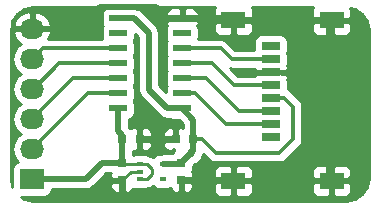
<source format=gtl>
%TF.GenerationSoftware,KiCad,Pcbnew,4.0.5-e0-6337~49~ubuntu16.04.1*%
%TF.CreationDate,2017-03-18T14:10:31-07:00*%
%TF.ProjectId,sd-micro-hinged-5009010801-breakout,73642D6D6963726F2D68696E6765642D,v1.0*%
%TF.FileFunction,Copper,L1,Top,Signal*%
%FSLAX46Y46*%
G04 Gerber Fmt 4.6, Leading zero omitted, Abs format (unit mm)*
G04 Created by KiCad (PCBNEW 4.0.5-e0-6337~49~ubuntu16.04.1) date Sat Mar 18 14:10:31 2017*
%MOMM*%
%LPD*%
G01*
G04 APERTURE LIST*
%ADD10C,0.350000*%
%ADD11R,0.750000X0.800000*%
%ADD12R,0.800000X0.750000*%
%ADD13R,2.032000X1.727200*%
%ADD14O,2.032000X1.727200*%
%ADD15R,1.500000X0.600000*%
%ADD16R,0.600000X0.420000*%
%ADD17R,2.000000X1.450000*%
%ADD18R,1.600000X0.700000*%
%ADD19C,0.685800*%
%ADD20C,0.254000*%
%ADD21C,0.508000*%
%ADD22C,0.330200*%
%ADD23C,0.330200*%
%ADD24C,0.350000*%
G04 APERTURE END LIST*
D10*
D11*
X117094000Y-105295000D03*
X117094000Y-106795000D03*
D12*
X117094000Y-103314500D03*
X118594000Y-103314500D03*
X123114500Y-103314500D03*
X121614500Y-103314500D03*
D11*
X122110500Y-105307000D03*
X122110500Y-106807000D03*
D13*
X109474000Y-106680000D03*
D14*
X109474000Y-104140000D03*
X109474000Y-101600000D03*
X109474000Y-99060000D03*
X109474000Y-96520000D03*
X109474000Y-93980000D03*
D15*
X122176500Y-100711000D03*
X122176500Y-99441000D03*
X122176500Y-98171000D03*
X122176500Y-96901000D03*
X122176500Y-95631000D03*
X122176500Y-94361000D03*
X122176500Y-93091000D03*
X116776500Y-93091000D03*
X116776500Y-94361000D03*
X116776500Y-95631000D03*
X116776500Y-96901000D03*
X116776500Y-98171000D03*
X116776500Y-99441000D03*
X116776500Y-100711000D03*
D16*
X118623000Y-105410000D03*
X118623000Y-106710000D03*
X120523000Y-105410000D03*
X118623000Y-106060000D03*
X120523000Y-106710000D03*
D17*
X134821000Y-93240500D03*
X134821000Y-106840500D03*
X126521000Y-93240500D03*
X126521000Y-106840500D03*
D18*
X129667000Y-102040500D03*
X129667000Y-103140500D03*
X129667000Y-100940500D03*
X129667000Y-99840500D03*
X129667000Y-98740500D03*
X129667000Y-95440500D03*
X129667000Y-96540500D03*
X129667000Y-97640500D03*
D19*
X136723120Y-106253280D03*
X136697720Y-93258640D03*
X131739640Y-97617280D03*
X127330200Y-97668080D03*
X120142000Y-101854000D03*
X122936000Y-104481500D03*
D20*
X119168802Y-105410000D02*
X118623000Y-105410000D01*
X119634000Y-106253000D02*
X119634000Y-105875198D01*
X119634000Y-105875198D02*
X119168802Y-105410000D01*
X118623000Y-106710000D02*
X119177000Y-106710000D01*
X119177000Y-106710000D02*
X119634000Y-106253000D01*
X118623000Y-105410000D02*
X117209000Y-105410000D01*
X117209000Y-105410000D02*
X117094000Y-105295000D01*
D21*
X117094000Y-102971600D02*
X116776500Y-102654100D01*
X116776500Y-102654100D02*
X116776500Y-100711000D01*
X117094000Y-105295000D02*
X117094000Y-102971600D01*
X113995200Y-106680000D02*
X115380200Y-105295000D01*
X115380200Y-105295000D02*
X117094000Y-105295000D01*
X109474000Y-106680000D02*
X113995200Y-106680000D01*
D22*
X134567000Y-106840500D02*
X136135900Y-106840500D01*
X136135900Y-106840500D02*
X136723120Y-106253280D01*
X134567000Y-93240500D02*
X136679580Y-93240500D01*
X136679580Y-93240500D02*
X136697720Y-93258640D01*
X129667000Y-97640500D02*
X131716420Y-97640500D01*
X131716420Y-97640500D02*
X131739640Y-97617280D01*
X129667000Y-97640500D02*
X127357780Y-97640500D01*
X127357780Y-97640500D02*
X127330200Y-97668080D01*
D21*
X120142000Y-103314500D02*
X118594000Y-103314500D01*
X121614500Y-103314500D02*
X120142000Y-103314500D01*
X120142000Y-103314500D02*
X120142000Y-101854000D01*
X117094000Y-106795000D02*
X117094000Y-107703000D01*
X122174000Y-107950000D02*
X122174000Y-106870500D01*
X117094000Y-107703000D02*
X117595000Y-108204000D01*
X117595000Y-108204000D02*
X121920000Y-108204000D01*
X121920000Y-108204000D02*
X122174000Y-107950000D01*
X122174000Y-106870500D02*
X122110500Y-106807000D01*
D20*
X118623000Y-106060000D02*
X117829000Y-106060000D01*
X117829000Y-106060000D02*
X117094000Y-106795000D01*
D21*
X134567000Y-106840500D02*
X131419600Y-106840500D01*
X131419600Y-106840500D02*
X126267000Y-106840500D01*
X131470400Y-106789700D02*
X131419600Y-106840500D01*
X134567000Y-93240500D02*
X134567000Y-106840500D01*
X126267000Y-93240500D02*
X134567000Y-93240500D01*
X122110500Y-106807000D02*
X126233500Y-106807000D01*
X126233500Y-106807000D02*
X126267000Y-106840500D01*
X115214400Y-92151200D02*
X119978700Y-92151200D01*
X120918500Y-93091000D02*
X122176500Y-93091000D01*
X119978700Y-92151200D02*
X120918500Y-93091000D01*
X113385600Y-93980000D02*
X115214400Y-92151200D01*
X109474000Y-93980000D02*
X113385600Y-93980000D01*
X122176500Y-93091000D02*
X126117500Y-93091000D01*
X126117500Y-93091000D02*
X126267000Y-93240500D01*
D22*
X131561840Y-103306880D02*
X130387220Y-104481500D01*
X123844700Y-103314500D02*
X123114500Y-103314500D01*
X130387220Y-104481500D02*
X125011700Y-104481500D01*
X125011700Y-104481500D02*
X123844700Y-103314500D01*
X131561840Y-100584000D02*
X131561840Y-103306880D01*
X130818340Y-99840500D02*
X131561840Y-100584000D01*
X129667000Y-99840500D02*
X130818340Y-99840500D01*
D21*
X122936000Y-104481500D02*
X122110500Y-105307000D01*
X123114500Y-104303000D02*
X122936000Y-104481500D01*
X123114500Y-103314500D02*
X123114500Y-101649000D01*
X123114500Y-101649000D02*
X122176500Y-100711000D01*
X123114500Y-103314500D02*
X123114500Y-104303000D01*
X120523000Y-105410000D02*
X122007500Y-105410000D01*
X122007500Y-105410000D02*
X122110500Y-105307000D01*
X119329200Y-94284800D02*
X118135400Y-93091000D01*
X118135400Y-93091000D02*
X116776500Y-93091000D01*
X119329200Y-99121700D02*
X119329200Y-94284800D01*
X122176500Y-100711000D02*
X120918500Y-100711000D01*
X120918500Y-100711000D02*
X119329200Y-99121700D01*
D22*
X116776500Y-95631000D02*
X110363000Y-95631000D01*
X110363000Y-95631000D02*
X109474000Y-96520000D01*
X110820200Y-100253800D02*
X109474000Y-101600000D01*
X116776500Y-98171000D02*
X112903000Y-98171000D01*
X112903000Y-98171000D02*
X110820200Y-100253800D01*
X109626400Y-101600000D02*
X109474000Y-101600000D01*
X110820200Y-102793800D02*
X109474000Y-104140000D01*
X116776500Y-99441000D02*
X114173000Y-99441000D01*
X114173000Y-99441000D02*
X110820200Y-102793800D01*
X109626400Y-104140000D02*
X109474000Y-104140000D01*
X116776500Y-96901000D02*
X111785400Y-96901000D01*
X111785400Y-96901000D02*
X109626400Y-99060000D01*
X109626400Y-99060000D02*
X109474000Y-99060000D01*
X125445520Y-95631000D02*
X126355020Y-96540500D01*
X126355020Y-96540500D02*
X129667000Y-96540500D01*
X122176500Y-95631000D02*
X125445520Y-95631000D01*
X124703840Y-96901000D02*
X126543340Y-98740500D01*
X126543340Y-98740500D02*
X129667000Y-98740500D01*
X122176500Y-96901000D02*
X124703840Y-96901000D01*
X122176500Y-99441000D02*
X123256700Y-99441000D01*
X123256700Y-99441000D02*
X125856200Y-102040500D01*
X125856200Y-102040500D02*
X128536800Y-102040500D01*
X128536800Y-102040500D02*
X129667000Y-102040500D01*
X124185680Y-98171000D02*
X126955180Y-100940500D01*
X126955180Y-100940500D02*
X129667000Y-100940500D01*
X122176500Y-98171000D02*
X124185680Y-98171000D01*
D20*
G36*
X124982673Y-92155802D02*
X124886000Y-92389191D01*
X124886000Y-92954750D01*
X125044750Y-93113500D01*
X126394000Y-93113500D01*
X126394000Y-93093500D01*
X126648000Y-93093500D01*
X126648000Y-93113500D01*
X127997250Y-93113500D01*
X128156000Y-92954750D01*
X128156000Y-92389191D01*
X128059327Y-92155802D01*
X128054725Y-92151200D01*
X133287275Y-92151200D01*
X133282673Y-92155802D01*
X133186000Y-92389191D01*
X133186000Y-92954750D01*
X133344750Y-93113500D01*
X134694000Y-93113500D01*
X134694000Y-93093500D01*
X134948000Y-93093500D01*
X134948000Y-93113500D01*
X136297250Y-93113500D01*
X136456000Y-92954750D01*
X136456000Y-92389191D01*
X136382873Y-92212648D01*
X136838520Y-92303282D01*
X137427304Y-92696696D01*
X137820719Y-93285482D01*
X137972800Y-94050044D01*
X137972800Y-106609956D01*
X137820719Y-107374518D01*
X137427304Y-107963304D01*
X136838520Y-108356718D01*
X136073955Y-108508800D01*
X109544044Y-108508800D01*
X108779482Y-108356719D01*
X108531526Y-108191040D01*
X110490000Y-108191040D01*
X110725317Y-108146762D01*
X110941441Y-108007690D01*
X111086431Y-107795490D01*
X111132296Y-107569000D01*
X113995200Y-107569000D01*
X114335406Y-107501329D01*
X114623818Y-107308618D01*
X114851686Y-107080750D01*
X116084000Y-107080750D01*
X116084000Y-107321309D01*
X116180673Y-107554698D01*
X116359301Y-107733327D01*
X116592690Y-107830000D01*
X116808250Y-107830000D01*
X116967000Y-107671250D01*
X116967000Y-106922000D01*
X116242750Y-106922000D01*
X116084000Y-107080750D01*
X114851686Y-107080750D01*
X115748436Y-106184000D01*
X116119080Y-106184000D01*
X116084000Y-106268691D01*
X116084000Y-106509250D01*
X116242750Y-106668000D01*
X116967000Y-106668000D01*
X116967000Y-106648000D01*
X117221000Y-106648000D01*
X117221000Y-106668000D01*
X117241000Y-106668000D01*
X117241000Y-106922000D01*
X117221000Y-106922000D01*
X117221000Y-107671250D01*
X117379750Y-107830000D01*
X117595310Y-107830000D01*
X117828699Y-107733327D01*
X118007327Y-107554698D01*
X118033751Y-107490905D01*
X118071110Y-107516431D01*
X118323000Y-107567440D01*
X118923000Y-107567440D01*
X119158317Y-107523162D01*
X119265040Y-107454488D01*
X119468605Y-107413996D01*
X119690771Y-107265549D01*
X119758910Y-107371441D01*
X119971110Y-107516431D01*
X120223000Y-107567440D01*
X120823000Y-107567440D01*
X121058317Y-107523162D01*
X121153713Y-107461776D01*
X121197173Y-107566698D01*
X121375801Y-107745327D01*
X121609190Y-107842000D01*
X121824750Y-107842000D01*
X121983500Y-107683250D01*
X121983500Y-106934000D01*
X122237500Y-106934000D01*
X122237500Y-107683250D01*
X122396250Y-107842000D01*
X122611810Y-107842000D01*
X122845199Y-107745327D01*
X123023827Y-107566698D01*
X123120500Y-107333309D01*
X123120500Y-107126250D01*
X124886000Y-107126250D01*
X124886000Y-107691809D01*
X124982673Y-107925198D01*
X125161301Y-108103827D01*
X125394690Y-108200500D01*
X126235250Y-108200500D01*
X126394000Y-108041750D01*
X126394000Y-106967500D01*
X126648000Y-106967500D01*
X126648000Y-108041750D01*
X126806750Y-108200500D01*
X127647310Y-108200500D01*
X127880699Y-108103827D01*
X128059327Y-107925198D01*
X128156000Y-107691809D01*
X128156000Y-107126250D01*
X133186000Y-107126250D01*
X133186000Y-107691809D01*
X133282673Y-107925198D01*
X133461301Y-108103827D01*
X133694690Y-108200500D01*
X134535250Y-108200500D01*
X134694000Y-108041750D01*
X134694000Y-106967500D01*
X134948000Y-106967500D01*
X134948000Y-108041750D01*
X135106750Y-108200500D01*
X135947310Y-108200500D01*
X136180699Y-108103827D01*
X136359327Y-107925198D01*
X136456000Y-107691809D01*
X136456000Y-107126250D01*
X136297250Y-106967500D01*
X134948000Y-106967500D01*
X134694000Y-106967500D01*
X133344750Y-106967500D01*
X133186000Y-107126250D01*
X128156000Y-107126250D01*
X127997250Y-106967500D01*
X126648000Y-106967500D01*
X126394000Y-106967500D01*
X125044750Y-106967500D01*
X124886000Y-107126250D01*
X123120500Y-107126250D01*
X123120500Y-107092750D01*
X122961750Y-106934000D01*
X122237500Y-106934000D01*
X121983500Y-106934000D01*
X121963500Y-106934000D01*
X121963500Y-106680000D01*
X121983500Y-106680000D01*
X121983500Y-106660000D01*
X122237500Y-106660000D01*
X122237500Y-106680000D01*
X122961750Y-106680000D01*
X123120500Y-106521250D01*
X123120500Y-106280691D01*
X123023827Y-106047302D01*
X123022457Y-106045932D01*
X123061226Y-105989191D01*
X124886000Y-105989191D01*
X124886000Y-106554750D01*
X125044750Y-106713500D01*
X126394000Y-106713500D01*
X126394000Y-105639250D01*
X126648000Y-105639250D01*
X126648000Y-106713500D01*
X127997250Y-106713500D01*
X128156000Y-106554750D01*
X128156000Y-105989191D01*
X133186000Y-105989191D01*
X133186000Y-106554750D01*
X133344750Y-106713500D01*
X134694000Y-106713500D01*
X134694000Y-105639250D01*
X134948000Y-105639250D01*
X134948000Y-106713500D01*
X136297250Y-106713500D01*
X136456000Y-106554750D01*
X136456000Y-105989191D01*
X136359327Y-105755802D01*
X136180699Y-105577173D01*
X135947310Y-105480500D01*
X135106750Y-105480500D01*
X134948000Y-105639250D01*
X134694000Y-105639250D01*
X134535250Y-105480500D01*
X133694690Y-105480500D01*
X133461301Y-105577173D01*
X133282673Y-105755802D01*
X133186000Y-105989191D01*
X128156000Y-105989191D01*
X128059327Y-105755802D01*
X127880699Y-105577173D01*
X127647310Y-105480500D01*
X126806750Y-105480500D01*
X126648000Y-105639250D01*
X126394000Y-105639250D01*
X126235250Y-105480500D01*
X125394690Y-105480500D01*
X125161301Y-105577173D01*
X124982673Y-105755802D01*
X124886000Y-105989191D01*
X123061226Y-105989191D01*
X123081931Y-105958890D01*
X123132940Y-105707000D01*
X123132940Y-105541796D01*
X123275373Y-105399363D01*
X123489212Y-105311007D01*
X123764540Y-105036159D01*
X123913730Y-104676870D01*
X123913731Y-104676279D01*
X123935829Y-104643206D01*
X123953426Y-104554738D01*
X124445944Y-105047256D01*
X124705515Y-105220696D01*
X125011700Y-105281600D01*
X130387220Y-105281600D01*
X130693405Y-105220696D01*
X130952976Y-105047256D01*
X132127596Y-103872636D01*
X132301036Y-103613065D01*
X132361940Y-103306880D01*
X132361940Y-100584000D01*
X132301036Y-100277815D01*
X132127596Y-100018244D01*
X131384096Y-99274744D01*
X131124525Y-99101304D01*
X131112727Y-99098957D01*
X131114440Y-99090500D01*
X131114440Y-98390500D01*
X131075142Y-98181650D01*
X131102000Y-98116809D01*
X131102000Y-97926250D01*
X130943250Y-97767500D01*
X130587688Y-97767500D01*
X130467000Y-97743060D01*
X128867000Y-97743060D01*
X128737113Y-97767500D01*
X128390750Y-97767500D01*
X128232000Y-97926250D01*
X128232000Y-97940400D01*
X126874752Y-97940400D01*
X126255071Y-97320719D01*
X126355020Y-97340600D01*
X128232000Y-97340600D01*
X128232000Y-97354750D01*
X128390750Y-97513500D01*
X128746312Y-97513500D01*
X128867000Y-97537940D01*
X130467000Y-97537940D01*
X130596887Y-97513500D01*
X130943250Y-97513500D01*
X131102000Y-97354750D01*
X131102000Y-97164191D01*
X131073130Y-97094493D01*
X131114440Y-96890500D01*
X131114440Y-96190500D01*
X131075426Y-95983158D01*
X131114440Y-95790500D01*
X131114440Y-95090500D01*
X131070162Y-94855183D01*
X130931090Y-94639059D01*
X130718890Y-94494069D01*
X130467000Y-94443060D01*
X128867000Y-94443060D01*
X128631683Y-94487338D01*
X128415559Y-94626410D01*
X128270569Y-94838610D01*
X128219560Y-95090500D01*
X128219560Y-95740400D01*
X126686432Y-95740400D01*
X126011276Y-95065244D01*
X125751705Y-94891804D01*
X125445520Y-94830900D01*
X123539534Y-94830900D01*
X123573940Y-94661000D01*
X123573940Y-94061000D01*
X123529662Y-93825683D01*
X123471322Y-93735020D01*
X123557796Y-93526250D01*
X124886000Y-93526250D01*
X124886000Y-94091809D01*
X124982673Y-94325198D01*
X125161301Y-94503827D01*
X125394690Y-94600500D01*
X126235250Y-94600500D01*
X126394000Y-94441750D01*
X126394000Y-93367500D01*
X126648000Y-93367500D01*
X126648000Y-94441750D01*
X126806750Y-94600500D01*
X127647310Y-94600500D01*
X127880699Y-94503827D01*
X128059327Y-94325198D01*
X128156000Y-94091809D01*
X128156000Y-93526250D01*
X133186000Y-93526250D01*
X133186000Y-94091809D01*
X133282673Y-94325198D01*
X133461301Y-94503827D01*
X133694690Y-94600500D01*
X134535250Y-94600500D01*
X134694000Y-94441750D01*
X134694000Y-93367500D01*
X134948000Y-93367500D01*
X134948000Y-94441750D01*
X135106750Y-94600500D01*
X135947310Y-94600500D01*
X136180699Y-94503827D01*
X136359327Y-94325198D01*
X136456000Y-94091809D01*
X136456000Y-93526250D01*
X136297250Y-93367500D01*
X134948000Y-93367500D01*
X134694000Y-93367500D01*
X133344750Y-93367500D01*
X133186000Y-93526250D01*
X128156000Y-93526250D01*
X127997250Y-93367500D01*
X126648000Y-93367500D01*
X126394000Y-93367500D01*
X125044750Y-93367500D01*
X124886000Y-93526250D01*
X123557796Y-93526250D01*
X123561500Y-93517310D01*
X123561500Y-93376750D01*
X123402750Y-93218000D01*
X122303500Y-93218000D01*
X122303500Y-93238000D01*
X122049500Y-93238000D01*
X122049500Y-93218000D01*
X120950250Y-93218000D01*
X120791500Y-93376750D01*
X120791500Y-93517310D01*
X120881306Y-93734122D01*
X120830069Y-93809110D01*
X120779060Y-94061000D01*
X120779060Y-94661000D01*
X120823338Y-94896317D01*
X120887178Y-94995528D01*
X120830069Y-95079110D01*
X120779060Y-95331000D01*
X120779060Y-95931000D01*
X120823338Y-96166317D01*
X120887178Y-96265528D01*
X120830069Y-96349110D01*
X120779060Y-96601000D01*
X120779060Y-97201000D01*
X120823338Y-97436317D01*
X120887178Y-97535528D01*
X120830069Y-97619110D01*
X120779060Y-97871000D01*
X120779060Y-98471000D01*
X120823338Y-98706317D01*
X120887178Y-98805528D01*
X120830069Y-98889110D01*
X120779060Y-99141000D01*
X120779060Y-99314324D01*
X120218200Y-98753464D01*
X120218200Y-94284800D01*
X120150529Y-93944594D01*
X119957818Y-93656182D01*
X118966326Y-92664690D01*
X120791500Y-92664690D01*
X120791500Y-92805250D01*
X120950250Y-92964000D01*
X122049500Y-92964000D01*
X122049500Y-92314750D01*
X122303500Y-92314750D01*
X122303500Y-92964000D01*
X123402750Y-92964000D01*
X123561500Y-92805250D01*
X123561500Y-92664690D01*
X123464827Y-92431301D01*
X123286198Y-92252673D01*
X123052809Y-92156000D01*
X122462250Y-92156000D01*
X122303500Y-92314750D01*
X122049500Y-92314750D01*
X121890750Y-92156000D01*
X121300191Y-92156000D01*
X121066802Y-92252673D01*
X120888173Y-92431301D01*
X120791500Y-92664690D01*
X118966326Y-92664690D01*
X118764018Y-92462382D01*
X118654480Y-92389191D01*
X118475606Y-92269671D01*
X118135400Y-92202000D01*
X117789266Y-92202000D01*
X117778390Y-92194569D01*
X117564227Y-92151200D01*
X124987275Y-92151200D01*
X124982673Y-92155802D01*
X124982673Y-92155802D01*
G37*
X124982673Y-92155802D02*
X124886000Y-92389191D01*
X124886000Y-92954750D01*
X125044750Y-93113500D01*
X126394000Y-93113500D01*
X126394000Y-93093500D01*
X126648000Y-93093500D01*
X126648000Y-93113500D01*
X127997250Y-93113500D01*
X128156000Y-92954750D01*
X128156000Y-92389191D01*
X128059327Y-92155802D01*
X128054725Y-92151200D01*
X133287275Y-92151200D01*
X133282673Y-92155802D01*
X133186000Y-92389191D01*
X133186000Y-92954750D01*
X133344750Y-93113500D01*
X134694000Y-93113500D01*
X134694000Y-93093500D01*
X134948000Y-93093500D01*
X134948000Y-93113500D01*
X136297250Y-93113500D01*
X136456000Y-92954750D01*
X136456000Y-92389191D01*
X136382873Y-92212648D01*
X136838520Y-92303282D01*
X137427304Y-92696696D01*
X137820719Y-93285482D01*
X137972800Y-94050044D01*
X137972800Y-106609956D01*
X137820719Y-107374518D01*
X137427304Y-107963304D01*
X136838520Y-108356718D01*
X136073955Y-108508800D01*
X109544044Y-108508800D01*
X108779482Y-108356719D01*
X108531526Y-108191040D01*
X110490000Y-108191040D01*
X110725317Y-108146762D01*
X110941441Y-108007690D01*
X111086431Y-107795490D01*
X111132296Y-107569000D01*
X113995200Y-107569000D01*
X114335406Y-107501329D01*
X114623818Y-107308618D01*
X114851686Y-107080750D01*
X116084000Y-107080750D01*
X116084000Y-107321309D01*
X116180673Y-107554698D01*
X116359301Y-107733327D01*
X116592690Y-107830000D01*
X116808250Y-107830000D01*
X116967000Y-107671250D01*
X116967000Y-106922000D01*
X116242750Y-106922000D01*
X116084000Y-107080750D01*
X114851686Y-107080750D01*
X115748436Y-106184000D01*
X116119080Y-106184000D01*
X116084000Y-106268691D01*
X116084000Y-106509250D01*
X116242750Y-106668000D01*
X116967000Y-106668000D01*
X116967000Y-106648000D01*
X117221000Y-106648000D01*
X117221000Y-106668000D01*
X117241000Y-106668000D01*
X117241000Y-106922000D01*
X117221000Y-106922000D01*
X117221000Y-107671250D01*
X117379750Y-107830000D01*
X117595310Y-107830000D01*
X117828699Y-107733327D01*
X118007327Y-107554698D01*
X118033751Y-107490905D01*
X118071110Y-107516431D01*
X118323000Y-107567440D01*
X118923000Y-107567440D01*
X119158317Y-107523162D01*
X119265040Y-107454488D01*
X119468605Y-107413996D01*
X119690771Y-107265549D01*
X119758910Y-107371441D01*
X119971110Y-107516431D01*
X120223000Y-107567440D01*
X120823000Y-107567440D01*
X121058317Y-107523162D01*
X121153713Y-107461776D01*
X121197173Y-107566698D01*
X121375801Y-107745327D01*
X121609190Y-107842000D01*
X121824750Y-107842000D01*
X121983500Y-107683250D01*
X121983500Y-106934000D01*
X122237500Y-106934000D01*
X122237500Y-107683250D01*
X122396250Y-107842000D01*
X122611810Y-107842000D01*
X122845199Y-107745327D01*
X123023827Y-107566698D01*
X123120500Y-107333309D01*
X123120500Y-107126250D01*
X124886000Y-107126250D01*
X124886000Y-107691809D01*
X124982673Y-107925198D01*
X125161301Y-108103827D01*
X125394690Y-108200500D01*
X126235250Y-108200500D01*
X126394000Y-108041750D01*
X126394000Y-106967500D01*
X126648000Y-106967500D01*
X126648000Y-108041750D01*
X126806750Y-108200500D01*
X127647310Y-108200500D01*
X127880699Y-108103827D01*
X128059327Y-107925198D01*
X128156000Y-107691809D01*
X128156000Y-107126250D01*
X133186000Y-107126250D01*
X133186000Y-107691809D01*
X133282673Y-107925198D01*
X133461301Y-108103827D01*
X133694690Y-108200500D01*
X134535250Y-108200500D01*
X134694000Y-108041750D01*
X134694000Y-106967500D01*
X134948000Y-106967500D01*
X134948000Y-108041750D01*
X135106750Y-108200500D01*
X135947310Y-108200500D01*
X136180699Y-108103827D01*
X136359327Y-107925198D01*
X136456000Y-107691809D01*
X136456000Y-107126250D01*
X136297250Y-106967500D01*
X134948000Y-106967500D01*
X134694000Y-106967500D01*
X133344750Y-106967500D01*
X133186000Y-107126250D01*
X128156000Y-107126250D01*
X127997250Y-106967500D01*
X126648000Y-106967500D01*
X126394000Y-106967500D01*
X125044750Y-106967500D01*
X124886000Y-107126250D01*
X123120500Y-107126250D01*
X123120500Y-107092750D01*
X122961750Y-106934000D01*
X122237500Y-106934000D01*
X121983500Y-106934000D01*
X121963500Y-106934000D01*
X121963500Y-106680000D01*
X121983500Y-106680000D01*
X121983500Y-106660000D01*
X122237500Y-106660000D01*
X122237500Y-106680000D01*
X122961750Y-106680000D01*
X123120500Y-106521250D01*
X123120500Y-106280691D01*
X123023827Y-106047302D01*
X123022457Y-106045932D01*
X123061226Y-105989191D01*
X124886000Y-105989191D01*
X124886000Y-106554750D01*
X125044750Y-106713500D01*
X126394000Y-106713500D01*
X126394000Y-105639250D01*
X126648000Y-105639250D01*
X126648000Y-106713500D01*
X127997250Y-106713500D01*
X128156000Y-106554750D01*
X128156000Y-105989191D01*
X133186000Y-105989191D01*
X133186000Y-106554750D01*
X133344750Y-106713500D01*
X134694000Y-106713500D01*
X134694000Y-105639250D01*
X134948000Y-105639250D01*
X134948000Y-106713500D01*
X136297250Y-106713500D01*
X136456000Y-106554750D01*
X136456000Y-105989191D01*
X136359327Y-105755802D01*
X136180699Y-105577173D01*
X135947310Y-105480500D01*
X135106750Y-105480500D01*
X134948000Y-105639250D01*
X134694000Y-105639250D01*
X134535250Y-105480500D01*
X133694690Y-105480500D01*
X133461301Y-105577173D01*
X133282673Y-105755802D01*
X133186000Y-105989191D01*
X128156000Y-105989191D01*
X128059327Y-105755802D01*
X127880699Y-105577173D01*
X127647310Y-105480500D01*
X126806750Y-105480500D01*
X126648000Y-105639250D01*
X126394000Y-105639250D01*
X126235250Y-105480500D01*
X125394690Y-105480500D01*
X125161301Y-105577173D01*
X124982673Y-105755802D01*
X124886000Y-105989191D01*
X123061226Y-105989191D01*
X123081931Y-105958890D01*
X123132940Y-105707000D01*
X123132940Y-105541796D01*
X123275373Y-105399363D01*
X123489212Y-105311007D01*
X123764540Y-105036159D01*
X123913730Y-104676870D01*
X123913731Y-104676279D01*
X123935829Y-104643206D01*
X123953426Y-104554738D01*
X124445944Y-105047256D01*
X124705515Y-105220696D01*
X125011700Y-105281600D01*
X130387220Y-105281600D01*
X130693405Y-105220696D01*
X130952976Y-105047256D01*
X132127596Y-103872636D01*
X132301036Y-103613065D01*
X132361940Y-103306880D01*
X132361940Y-100584000D01*
X132301036Y-100277815D01*
X132127596Y-100018244D01*
X131384096Y-99274744D01*
X131124525Y-99101304D01*
X131112727Y-99098957D01*
X131114440Y-99090500D01*
X131114440Y-98390500D01*
X131075142Y-98181650D01*
X131102000Y-98116809D01*
X131102000Y-97926250D01*
X130943250Y-97767500D01*
X130587688Y-97767500D01*
X130467000Y-97743060D01*
X128867000Y-97743060D01*
X128737113Y-97767500D01*
X128390750Y-97767500D01*
X128232000Y-97926250D01*
X128232000Y-97940400D01*
X126874752Y-97940400D01*
X126255071Y-97320719D01*
X126355020Y-97340600D01*
X128232000Y-97340600D01*
X128232000Y-97354750D01*
X128390750Y-97513500D01*
X128746312Y-97513500D01*
X128867000Y-97537940D01*
X130467000Y-97537940D01*
X130596887Y-97513500D01*
X130943250Y-97513500D01*
X131102000Y-97354750D01*
X131102000Y-97164191D01*
X131073130Y-97094493D01*
X131114440Y-96890500D01*
X131114440Y-96190500D01*
X131075426Y-95983158D01*
X131114440Y-95790500D01*
X131114440Y-95090500D01*
X131070162Y-94855183D01*
X130931090Y-94639059D01*
X130718890Y-94494069D01*
X130467000Y-94443060D01*
X128867000Y-94443060D01*
X128631683Y-94487338D01*
X128415559Y-94626410D01*
X128270569Y-94838610D01*
X128219560Y-95090500D01*
X128219560Y-95740400D01*
X126686432Y-95740400D01*
X126011276Y-95065244D01*
X125751705Y-94891804D01*
X125445520Y-94830900D01*
X123539534Y-94830900D01*
X123573940Y-94661000D01*
X123573940Y-94061000D01*
X123529662Y-93825683D01*
X123471322Y-93735020D01*
X123557796Y-93526250D01*
X124886000Y-93526250D01*
X124886000Y-94091809D01*
X124982673Y-94325198D01*
X125161301Y-94503827D01*
X125394690Y-94600500D01*
X126235250Y-94600500D01*
X126394000Y-94441750D01*
X126394000Y-93367500D01*
X126648000Y-93367500D01*
X126648000Y-94441750D01*
X126806750Y-94600500D01*
X127647310Y-94600500D01*
X127880699Y-94503827D01*
X128059327Y-94325198D01*
X128156000Y-94091809D01*
X128156000Y-93526250D01*
X133186000Y-93526250D01*
X133186000Y-94091809D01*
X133282673Y-94325198D01*
X133461301Y-94503827D01*
X133694690Y-94600500D01*
X134535250Y-94600500D01*
X134694000Y-94441750D01*
X134694000Y-93367500D01*
X134948000Y-93367500D01*
X134948000Y-94441750D01*
X135106750Y-94600500D01*
X135947310Y-94600500D01*
X136180699Y-94503827D01*
X136359327Y-94325198D01*
X136456000Y-94091809D01*
X136456000Y-93526250D01*
X136297250Y-93367500D01*
X134948000Y-93367500D01*
X134694000Y-93367500D01*
X133344750Y-93367500D01*
X133186000Y-93526250D01*
X128156000Y-93526250D01*
X127997250Y-93367500D01*
X126648000Y-93367500D01*
X126394000Y-93367500D01*
X125044750Y-93367500D01*
X124886000Y-93526250D01*
X123557796Y-93526250D01*
X123561500Y-93517310D01*
X123561500Y-93376750D01*
X123402750Y-93218000D01*
X122303500Y-93218000D01*
X122303500Y-93238000D01*
X122049500Y-93238000D01*
X122049500Y-93218000D01*
X120950250Y-93218000D01*
X120791500Y-93376750D01*
X120791500Y-93517310D01*
X120881306Y-93734122D01*
X120830069Y-93809110D01*
X120779060Y-94061000D01*
X120779060Y-94661000D01*
X120823338Y-94896317D01*
X120887178Y-94995528D01*
X120830069Y-95079110D01*
X120779060Y-95331000D01*
X120779060Y-95931000D01*
X120823338Y-96166317D01*
X120887178Y-96265528D01*
X120830069Y-96349110D01*
X120779060Y-96601000D01*
X120779060Y-97201000D01*
X120823338Y-97436317D01*
X120887178Y-97535528D01*
X120830069Y-97619110D01*
X120779060Y-97871000D01*
X120779060Y-98471000D01*
X120823338Y-98706317D01*
X120887178Y-98805528D01*
X120830069Y-98889110D01*
X120779060Y-99141000D01*
X120779060Y-99314324D01*
X120218200Y-98753464D01*
X120218200Y-94284800D01*
X120150529Y-93944594D01*
X119957818Y-93656182D01*
X118966326Y-92664690D01*
X120791500Y-92664690D01*
X120791500Y-92805250D01*
X120950250Y-92964000D01*
X122049500Y-92964000D01*
X122049500Y-92314750D01*
X122303500Y-92314750D01*
X122303500Y-92964000D01*
X123402750Y-92964000D01*
X123561500Y-92805250D01*
X123561500Y-92664690D01*
X123464827Y-92431301D01*
X123286198Y-92252673D01*
X123052809Y-92156000D01*
X122462250Y-92156000D01*
X122303500Y-92314750D01*
X122049500Y-92314750D01*
X121890750Y-92156000D01*
X121300191Y-92156000D01*
X121066802Y-92252673D01*
X120888173Y-92431301D01*
X120791500Y-92664690D01*
X118966326Y-92664690D01*
X118764018Y-92462382D01*
X118654480Y-92389191D01*
X118475606Y-92269671D01*
X118135400Y-92202000D01*
X117789266Y-92202000D01*
X117778390Y-92194569D01*
X117564227Y-92151200D01*
X124987275Y-92151200D01*
X124982673Y-92155802D01*
G36*
X115791183Y-92187838D02*
X115575059Y-92326910D01*
X115430069Y-92539110D01*
X115379060Y-92791000D01*
X115379060Y-93391000D01*
X115423338Y-93626317D01*
X115487178Y-93725528D01*
X115430069Y-93809110D01*
X115379060Y-94061000D01*
X115379060Y-94661000D01*
X115411029Y-94830900D01*
X110849365Y-94830900D01*
X111078709Y-94354791D01*
X111081358Y-94339026D01*
X110960217Y-94107000D01*
X109601000Y-94107000D01*
X109601000Y-94127000D01*
X109347000Y-94127000D01*
X109347000Y-94107000D01*
X107987783Y-94107000D01*
X107866642Y-94339026D01*
X107869291Y-94354791D01*
X108123268Y-94882036D01*
X108539069Y-95253539D01*
X108229585Y-95460330D01*
X107904729Y-95946511D01*
X107790655Y-96520000D01*
X107904729Y-97093489D01*
X108229585Y-97579670D01*
X108544366Y-97790000D01*
X108229585Y-98000330D01*
X107904729Y-98486511D01*
X107790655Y-99060000D01*
X107904729Y-99633489D01*
X108229585Y-100119670D01*
X108544366Y-100330000D01*
X108229585Y-100540330D01*
X107904729Y-101026511D01*
X107790655Y-101600000D01*
X107904729Y-102173489D01*
X108229585Y-102659670D01*
X108544366Y-102870000D01*
X108229585Y-103080330D01*
X107904729Y-103566511D01*
X107790655Y-104140000D01*
X107904729Y-104713489D01*
X108229585Y-105199670D01*
X108243913Y-105209243D01*
X108222683Y-105213238D01*
X108006559Y-105352310D01*
X107861569Y-105564510D01*
X107810560Y-105816400D01*
X107810560Y-107394392D01*
X107797282Y-107374520D01*
X107645200Y-106609955D01*
X107645200Y-94050045D01*
X107730547Y-93620974D01*
X107866642Y-93620974D01*
X107987783Y-93853000D01*
X109347000Y-93853000D01*
X109347000Y-92639076D01*
X109601000Y-92639076D01*
X109601000Y-93853000D01*
X110960217Y-93853000D01*
X111081358Y-93620974D01*
X111078709Y-93605209D01*
X110824732Y-93077964D01*
X110388320Y-92688046D01*
X109835913Y-92494816D01*
X109601000Y-92639076D01*
X109347000Y-92639076D01*
X109112087Y-92494816D01*
X108559680Y-92688046D01*
X108123268Y-93077964D01*
X107869291Y-93605209D01*
X107866642Y-93620974D01*
X107730547Y-93620974D01*
X107797282Y-93285480D01*
X108190696Y-92696696D01*
X108779482Y-92303281D01*
X109544044Y-92151200D01*
X115985897Y-92151200D01*
X115791183Y-92187838D01*
X115791183Y-92187838D01*
G37*
X115791183Y-92187838D02*
X115575059Y-92326910D01*
X115430069Y-92539110D01*
X115379060Y-92791000D01*
X115379060Y-93391000D01*
X115423338Y-93626317D01*
X115487178Y-93725528D01*
X115430069Y-93809110D01*
X115379060Y-94061000D01*
X115379060Y-94661000D01*
X115411029Y-94830900D01*
X110849365Y-94830900D01*
X111078709Y-94354791D01*
X111081358Y-94339026D01*
X110960217Y-94107000D01*
X109601000Y-94107000D01*
X109601000Y-94127000D01*
X109347000Y-94127000D01*
X109347000Y-94107000D01*
X107987783Y-94107000D01*
X107866642Y-94339026D01*
X107869291Y-94354791D01*
X108123268Y-94882036D01*
X108539069Y-95253539D01*
X108229585Y-95460330D01*
X107904729Y-95946511D01*
X107790655Y-96520000D01*
X107904729Y-97093489D01*
X108229585Y-97579670D01*
X108544366Y-97790000D01*
X108229585Y-98000330D01*
X107904729Y-98486511D01*
X107790655Y-99060000D01*
X107904729Y-99633489D01*
X108229585Y-100119670D01*
X108544366Y-100330000D01*
X108229585Y-100540330D01*
X107904729Y-101026511D01*
X107790655Y-101600000D01*
X107904729Y-102173489D01*
X108229585Y-102659670D01*
X108544366Y-102870000D01*
X108229585Y-103080330D01*
X107904729Y-103566511D01*
X107790655Y-104140000D01*
X107904729Y-104713489D01*
X108229585Y-105199670D01*
X108243913Y-105209243D01*
X108222683Y-105213238D01*
X108006559Y-105352310D01*
X107861569Y-105564510D01*
X107810560Y-105816400D01*
X107810560Y-107394392D01*
X107797282Y-107374520D01*
X107645200Y-106609955D01*
X107645200Y-94050045D01*
X107730547Y-93620974D01*
X107866642Y-93620974D01*
X107987783Y-93853000D01*
X109347000Y-93853000D01*
X109347000Y-92639076D01*
X109601000Y-92639076D01*
X109601000Y-93853000D01*
X110960217Y-93853000D01*
X111081358Y-93620974D01*
X111078709Y-93605209D01*
X110824732Y-93077964D01*
X110388320Y-92688046D01*
X109835913Y-92494816D01*
X109601000Y-92639076D01*
X109347000Y-92639076D01*
X109112087Y-92494816D01*
X108559680Y-92688046D01*
X108123268Y-93077964D01*
X107869291Y-93605209D01*
X107866642Y-93620974D01*
X107730547Y-93620974D01*
X107797282Y-93285480D01*
X108190696Y-92696696D01*
X108779482Y-92303281D01*
X109544044Y-92151200D01*
X115985897Y-92151200D01*
X115791183Y-92187838D01*
G36*
X118440200Y-94653036D02*
X118440200Y-99121700D01*
X118507871Y-99461906D01*
X118658228Y-99686931D01*
X118700582Y-99750318D01*
X120289882Y-101339618D01*
X120578295Y-101532330D01*
X120918500Y-101600000D01*
X121163734Y-101600000D01*
X121174610Y-101607431D01*
X121426500Y-101658440D01*
X121866704Y-101658440D01*
X122225500Y-102017236D01*
X122225500Y-102339580D01*
X122140809Y-102304500D01*
X121900250Y-102304500D01*
X121741500Y-102463250D01*
X121741500Y-103187500D01*
X121761500Y-103187500D01*
X121761500Y-103441500D01*
X121741500Y-103441500D01*
X121741500Y-103461500D01*
X121487500Y-103461500D01*
X121487500Y-103441500D01*
X120738250Y-103441500D01*
X120579500Y-103600250D01*
X120579500Y-103815810D01*
X120676173Y-104049199D01*
X120854802Y-104227827D01*
X121088191Y-104324500D01*
X121328750Y-104324500D01*
X121487498Y-104165752D01*
X121487498Y-104312001D01*
X121284059Y-104442910D01*
X121230702Y-104521000D01*
X120523000Y-104521000D01*
X120364337Y-104552560D01*
X120223000Y-104552560D01*
X119987683Y-104596838D01*
X119771559Y-104735910D01*
X119688059Y-104858117D01*
X119460407Y-104706004D01*
X119269122Y-104667955D01*
X119174890Y-104603569D01*
X118923000Y-104552560D01*
X118323000Y-104552560D01*
X118087683Y-104596838D01*
X118048109Y-104622303D01*
X117983000Y-104521121D01*
X117983000Y-104289420D01*
X118067691Y-104324500D01*
X118308250Y-104324500D01*
X118467000Y-104165750D01*
X118467000Y-103441500D01*
X118721000Y-103441500D01*
X118721000Y-104165750D01*
X118879750Y-104324500D01*
X119120309Y-104324500D01*
X119353698Y-104227827D01*
X119532327Y-104049199D01*
X119629000Y-103815810D01*
X119629000Y-103600250D01*
X119470250Y-103441500D01*
X118721000Y-103441500D01*
X118467000Y-103441500D01*
X118447000Y-103441500D01*
X118447000Y-103187500D01*
X118467000Y-103187500D01*
X118467000Y-102463250D01*
X118721000Y-102463250D01*
X118721000Y-103187500D01*
X119470250Y-103187500D01*
X119629000Y-103028750D01*
X119629000Y-102813190D01*
X120579500Y-102813190D01*
X120579500Y-103028750D01*
X120738250Y-103187500D01*
X121487500Y-103187500D01*
X121487500Y-102463250D01*
X121328750Y-102304500D01*
X121088191Y-102304500D01*
X120854802Y-102401173D01*
X120676173Y-102579801D01*
X120579500Y-102813190D01*
X119629000Y-102813190D01*
X119532327Y-102579801D01*
X119353698Y-102401173D01*
X119120309Y-102304500D01*
X118879750Y-102304500D01*
X118721000Y-102463250D01*
X118467000Y-102463250D01*
X118308250Y-102304500D01*
X118067691Y-102304500D01*
X117834302Y-102401173D01*
X117832932Y-102402543D01*
X117745890Y-102343069D01*
X117716818Y-102337182D01*
X117665500Y-102285864D01*
X117665500Y-101632285D01*
X117761817Y-101614162D01*
X117977941Y-101475090D01*
X118122931Y-101262890D01*
X118173940Y-101011000D01*
X118173940Y-100411000D01*
X118129662Y-100175683D01*
X118065822Y-100076472D01*
X118122931Y-99992890D01*
X118173940Y-99741000D01*
X118173940Y-99141000D01*
X118129662Y-98905683D01*
X118065822Y-98806472D01*
X118122931Y-98722890D01*
X118173940Y-98471000D01*
X118173940Y-97871000D01*
X118129662Y-97635683D01*
X118065822Y-97536472D01*
X118122931Y-97452890D01*
X118173940Y-97201000D01*
X118173940Y-96601000D01*
X118129662Y-96365683D01*
X118065822Y-96266472D01*
X118122931Y-96182890D01*
X118173940Y-95931000D01*
X118173940Y-95331000D01*
X118129662Y-95095683D01*
X118065822Y-94996472D01*
X118122931Y-94912890D01*
X118173940Y-94661000D01*
X118173940Y-94386776D01*
X118440200Y-94653036D01*
X118440200Y-94653036D01*
G37*
X118440200Y-94653036D02*
X118440200Y-99121700D01*
X118507871Y-99461906D01*
X118658228Y-99686931D01*
X118700582Y-99750318D01*
X120289882Y-101339618D01*
X120578295Y-101532330D01*
X120918500Y-101600000D01*
X121163734Y-101600000D01*
X121174610Y-101607431D01*
X121426500Y-101658440D01*
X121866704Y-101658440D01*
X122225500Y-102017236D01*
X122225500Y-102339580D01*
X122140809Y-102304500D01*
X121900250Y-102304500D01*
X121741500Y-102463250D01*
X121741500Y-103187500D01*
X121761500Y-103187500D01*
X121761500Y-103441500D01*
X121741500Y-103441500D01*
X121741500Y-103461500D01*
X121487500Y-103461500D01*
X121487500Y-103441500D01*
X120738250Y-103441500D01*
X120579500Y-103600250D01*
X120579500Y-103815810D01*
X120676173Y-104049199D01*
X120854802Y-104227827D01*
X121088191Y-104324500D01*
X121328750Y-104324500D01*
X121487498Y-104165752D01*
X121487498Y-104312001D01*
X121284059Y-104442910D01*
X121230702Y-104521000D01*
X120523000Y-104521000D01*
X120364337Y-104552560D01*
X120223000Y-104552560D01*
X119987683Y-104596838D01*
X119771559Y-104735910D01*
X119688059Y-104858117D01*
X119460407Y-104706004D01*
X119269122Y-104667955D01*
X119174890Y-104603569D01*
X118923000Y-104552560D01*
X118323000Y-104552560D01*
X118087683Y-104596838D01*
X118048109Y-104622303D01*
X117983000Y-104521121D01*
X117983000Y-104289420D01*
X118067691Y-104324500D01*
X118308250Y-104324500D01*
X118467000Y-104165750D01*
X118467000Y-103441500D01*
X118721000Y-103441500D01*
X118721000Y-104165750D01*
X118879750Y-104324500D01*
X119120309Y-104324500D01*
X119353698Y-104227827D01*
X119532327Y-104049199D01*
X119629000Y-103815810D01*
X119629000Y-103600250D01*
X119470250Y-103441500D01*
X118721000Y-103441500D01*
X118467000Y-103441500D01*
X118447000Y-103441500D01*
X118447000Y-103187500D01*
X118467000Y-103187500D01*
X118467000Y-102463250D01*
X118721000Y-102463250D01*
X118721000Y-103187500D01*
X119470250Y-103187500D01*
X119629000Y-103028750D01*
X119629000Y-102813190D01*
X120579500Y-102813190D01*
X120579500Y-103028750D01*
X120738250Y-103187500D01*
X121487500Y-103187500D01*
X121487500Y-102463250D01*
X121328750Y-102304500D01*
X121088191Y-102304500D01*
X120854802Y-102401173D01*
X120676173Y-102579801D01*
X120579500Y-102813190D01*
X119629000Y-102813190D01*
X119532327Y-102579801D01*
X119353698Y-102401173D01*
X119120309Y-102304500D01*
X118879750Y-102304500D01*
X118721000Y-102463250D01*
X118467000Y-102463250D01*
X118308250Y-102304500D01*
X118067691Y-102304500D01*
X117834302Y-102401173D01*
X117832932Y-102402543D01*
X117745890Y-102343069D01*
X117716818Y-102337182D01*
X117665500Y-102285864D01*
X117665500Y-101632285D01*
X117761817Y-101614162D01*
X117977941Y-101475090D01*
X118122931Y-101262890D01*
X118173940Y-101011000D01*
X118173940Y-100411000D01*
X118129662Y-100175683D01*
X118065822Y-100076472D01*
X118122931Y-99992890D01*
X118173940Y-99741000D01*
X118173940Y-99141000D01*
X118129662Y-98905683D01*
X118065822Y-98806472D01*
X118122931Y-98722890D01*
X118173940Y-98471000D01*
X118173940Y-97871000D01*
X118129662Y-97635683D01*
X118065822Y-97536472D01*
X118122931Y-97452890D01*
X118173940Y-97201000D01*
X118173940Y-96601000D01*
X118129662Y-96365683D01*
X118065822Y-96266472D01*
X118122931Y-96182890D01*
X118173940Y-95931000D01*
X118173940Y-95331000D01*
X118129662Y-95095683D01*
X118065822Y-94996472D01*
X118122931Y-94912890D01*
X118173940Y-94661000D01*
X118173940Y-94386776D01*
X118440200Y-94653036D01*
D23*
X136723120Y-106253280D03*
X136697720Y-93258640D03*
X131739640Y-97617280D03*
X127330200Y-97668080D03*
X120142000Y-101854000D03*
X122936000Y-104481500D03*
D24*
X109474000Y-106680000D03*
X109474000Y-104140000D03*
X109474000Y-101600000D03*
X109474000Y-99060000D03*
X109474000Y-96520000D03*
X109474000Y-93980000D03*
M02*

</source>
